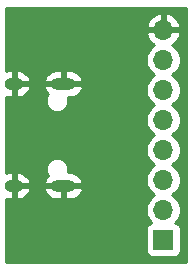
<source format=gbr>
G04 #@! TF.GenerationSoftware,KiCad,Pcbnew,(5.1.5-0-10_14)*
G04 #@! TF.CreationDate,2020-01-05T23:21:06-06:00*
G04 #@! TF.ProjectId,usb-c,7573622d-632e-46b6-9963-61645f706362,rev?*
G04 #@! TF.SameCoordinates,Original*
G04 #@! TF.FileFunction,Copper,L2,Bot*
G04 #@! TF.FilePolarity,Positive*
%FSLAX46Y46*%
G04 Gerber Fmt 4.6, Leading zero omitted, Abs format (unit mm)*
G04 Created by KiCad (PCBNEW (5.1.5-0-10_14)) date 2020-01-05 23:21:06*
%MOMM*%
%LPD*%
G04 APERTURE LIST*
%ADD10O,2.100000X1.000000*%
%ADD11O,1.600000X1.000000*%
%ADD12O,1.700000X1.700000*%
%ADD13R,1.700000X1.700000*%
%ADD14C,0.254000*%
G04 APERTURE END LIST*
D10*
X124890000Y-150620000D03*
X124890000Y-159260000D03*
D11*
X120710000Y-150620000D03*
X120710000Y-159260000D03*
D12*
X133350000Y-146050000D03*
X133350000Y-148590000D03*
X133350000Y-151130000D03*
X133350000Y-153670000D03*
X133350000Y-156210000D03*
X133350000Y-158750000D03*
X133350000Y-161290000D03*
D13*
X133350000Y-163830000D03*
D14*
G36*
X135230000Y-165710000D02*
G01*
X120040000Y-165710000D01*
X120040000Y-162980000D01*
X131861928Y-162980000D01*
X131861928Y-164680000D01*
X131874188Y-164804482D01*
X131910498Y-164924180D01*
X131969463Y-165034494D01*
X132048815Y-165131185D01*
X132145506Y-165210537D01*
X132255820Y-165269502D01*
X132375518Y-165305812D01*
X132500000Y-165318072D01*
X134200000Y-165318072D01*
X134324482Y-165305812D01*
X134444180Y-165269502D01*
X134554494Y-165210537D01*
X134651185Y-165131185D01*
X134730537Y-165034494D01*
X134789502Y-164924180D01*
X134825812Y-164804482D01*
X134838072Y-164680000D01*
X134838072Y-162980000D01*
X134825812Y-162855518D01*
X134789502Y-162735820D01*
X134730537Y-162625506D01*
X134651185Y-162528815D01*
X134554494Y-162449463D01*
X134444180Y-162390498D01*
X134371620Y-162368487D01*
X134503475Y-162236632D01*
X134665990Y-161993411D01*
X134777932Y-161723158D01*
X134835000Y-161436260D01*
X134835000Y-161143740D01*
X134777932Y-160856842D01*
X134665990Y-160586589D01*
X134503475Y-160343368D01*
X134296632Y-160136525D01*
X134122240Y-160020000D01*
X134296632Y-159903475D01*
X134503475Y-159696632D01*
X134665990Y-159453411D01*
X134777932Y-159183158D01*
X134835000Y-158896260D01*
X134835000Y-158603740D01*
X134777932Y-158316842D01*
X134665990Y-158046589D01*
X134503475Y-157803368D01*
X134296632Y-157596525D01*
X134122240Y-157480000D01*
X134296632Y-157363475D01*
X134503475Y-157156632D01*
X134665990Y-156913411D01*
X134777932Y-156643158D01*
X134835000Y-156356260D01*
X134835000Y-156063740D01*
X134777932Y-155776842D01*
X134665990Y-155506589D01*
X134503475Y-155263368D01*
X134296632Y-155056525D01*
X134122240Y-154940000D01*
X134296632Y-154823475D01*
X134503475Y-154616632D01*
X134665990Y-154373411D01*
X134777932Y-154103158D01*
X134835000Y-153816260D01*
X134835000Y-153523740D01*
X134777932Y-153236842D01*
X134665990Y-152966589D01*
X134503475Y-152723368D01*
X134296632Y-152516525D01*
X134122240Y-152400000D01*
X134296632Y-152283475D01*
X134503475Y-152076632D01*
X134665990Y-151833411D01*
X134777932Y-151563158D01*
X134835000Y-151276260D01*
X134835000Y-150983740D01*
X134777932Y-150696842D01*
X134665990Y-150426589D01*
X134503475Y-150183368D01*
X134296632Y-149976525D01*
X134122240Y-149860000D01*
X134296632Y-149743475D01*
X134503475Y-149536632D01*
X134665990Y-149293411D01*
X134777932Y-149023158D01*
X134835000Y-148736260D01*
X134835000Y-148443740D01*
X134777932Y-148156842D01*
X134665990Y-147886589D01*
X134503475Y-147643368D01*
X134296632Y-147436525D01*
X134114466Y-147314805D01*
X134231355Y-147245178D01*
X134447588Y-147050269D01*
X134621641Y-146816920D01*
X134746825Y-146554099D01*
X134791476Y-146406890D01*
X134670155Y-146177000D01*
X133477000Y-146177000D01*
X133477000Y-146197000D01*
X133223000Y-146197000D01*
X133223000Y-146177000D01*
X132029845Y-146177000D01*
X131908524Y-146406890D01*
X131953175Y-146554099D01*
X132078359Y-146816920D01*
X132252412Y-147050269D01*
X132468645Y-147245178D01*
X132585534Y-147314805D01*
X132403368Y-147436525D01*
X132196525Y-147643368D01*
X132034010Y-147886589D01*
X131922068Y-148156842D01*
X131865000Y-148443740D01*
X131865000Y-148736260D01*
X131922068Y-149023158D01*
X132034010Y-149293411D01*
X132196525Y-149536632D01*
X132403368Y-149743475D01*
X132577760Y-149860000D01*
X132403368Y-149976525D01*
X132196525Y-150183368D01*
X132034010Y-150426589D01*
X131922068Y-150696842D01*
X131865000Y-150983740D01*
X131865000Y-151276260D01*
X131922068Y-151563158D01*
X132034010Y-151833411D01*
X132196525Y-152076632D01*
X132403368Y-152283475D01*
X132577760Y-152400000D01*
X132403368Y-152516525D01*
X132196525Y-152723368D01*
X132034010Y-152966589D01*
X131922068Y-153236842D01*
X131865000Y-153523740D01*
X131865000Y-153816260D01*
X131922068Y-154103158D01*
X132034010Y-154373411D01*
X132196525Y-154616632D01*
X132403368Y-154823475D01*
X132577760Y-154940000D01*
X132403368Y-155056525D01*
X132196525Y-155263368D01*
X132034010Y-155506589D01*
X131922068Y-155776842D01*
X131865000Y-156063740D01*
X131865000Y-156356260D01*
X131922068Y-156643158D01*
X132034010Y-156913411D01*
X132196525Y-157156632D01*
X132403368Y-157363475D01*
X132577760Y-157480000D01*
X132403368Y-157596525D01*
X132196525Y-157803368D01*
X132034010Y-158046589D01*
X131922068Y-158316842D01*
X131865000Y-158603740D01*
X131865000Y-158896260D01*
X131922068Y-159183158D01*
X132034010Y-159453411D01*
X132196525Y-159696632D01*
X132403368Y-159903475D01*
X132577760Y-160020000D01*
X132403368Y-160136525D01*
X132196525Y-160343368D01*
X132034010Y-160586589D01*
X131922068Y-160856842D01*
X131865000Y-161143740D01*
X131865000Y-161436260D01*
X131922068Y-161723158D01*
X132034010Y-161993411D01*
X132196525Y-162236632D01*
X132328380Y-162368487D01*
X132255820Y-162390498D01*
X132145506Y-162449463D01*
X132048815Y-162528815D01*
X131969463Y-162625506D01*
X131910498Y-162735820D01*
X131874188Y-162855518D01*
X131861928Y-162980000D01*
X120040000Y-162980000D01*
X120040000Y-160338094D01*
X120064013Y-160348415D01*
X120283000Y-160395000D01*
X120583000Y-160395000D01*
X120583000Y-159387000D01*
X120837000Y-159387000D01*
X120837000Y-160395000D01*
X121137000Y-160395000D01*
X121355987Y-160348415D01*
X121561678Y-160260003D01*
X121746169Y-160133161D01*
X121902369Y-159972764D01*
X122024276Y-159784976D01*
X122104119Y-159561874D01*
X123245881Y-159561874D01*
X123325724Y-159784976D01*
X123447631Y-159972764D01*
X123603831Y-160133161D01*
X123788322Y-160260003D01*
X123994013Y-160348415D01*
X124213000Y-160395000D01*
X124763000Y-160395000D01*
X124763000Y-159387000D01*
X125017000Y-159387000D01*
X125017000Y-160395000D01*
X125567000Y-160395000D01*
X125785987Y-160348415D01*
X125991678Y-160260003D01*
X126176169Y-160133161D01*
X126332369Y-159972764D01*
X126454276Y-159784976D01*
X126534119Y-159561874D01*
X126407954Y-159387000D01*
X125017000Y-159387000D01*
X124763000Y-159387000D01*
X123372046Y-159387000D01*
X123245881Y-159561874D01*
X122104119Y-159561874D01*
X121977954Y-159387000D01*
X120837000Y-159387000D01*
X120583000Y-159387000D01*
X120563000Y-159387000D01*
X120563000Y-159133000D01*
X120583000Y-159133000D01*
X120583000Y-158125000D01*
X120837000Y-158125000D01*
X120837000Y-159133000D01*
X121977954Y-159133000D01*
X122104119Y-158958126D01*
X123245881Y-158958126D01*
X123372046Y-159133000D01*
X124763000Y-159133000D01*
X124763000Y-159113000D01*
X125017000Y-159113000D01*
X125017000Y-159133000D01*
X126407954Y-159133000D01*
X126534119Y-158958126D01*
X126454276Y-158735024D01*
X126332369Y-158547236D01*
X126176169Y-158386839D01*
X125991678Y-158259997D01*
X125785987Y-158171585D01*
X125567000Y-158125000D01*
X125276904Y-158125000D01*
X125283108Y-158110022D01*
X125320000Y-157924552D01*
X125320000Y-157735448D01*
X125283108Y-157549978D01*
X125210741Y-157375269D01*
X125105681Y-157218036D01*
X124971964Y-157084319D01*
X124814731Y-156979259D01*
X124640022Y-156906892D01*
X124454552Y-156870000D01*
X124265448Y-156870000D01*
X124079978Y-156906892D01*
X123905269Y-156979259D01*
X123748036Y-157084319D01*
X123614319Y-157218036D01*
X123509259Y-157375269D01*
X123436892Y-157549978D01*
X123400000Y-157735448D01*
X123400000Y-157924552D01*
X123436892Y-158110022D01*
X123509259Y-158284731D01*
X123588206Y-158402884D01*
X123447631Y-158547236D01*
X123325724Y-158735024D01*
X123245881Y-158958126D01*
X122104119Y-158958126D01*
X122024276Y-158735024D01*
X121902369Y-158547236D01*
X121746169Y-158386839D01*
X121561678Y-158259997D01*
X121355987Y-158171585D01*
X121137000Y-158125000D01*
X120837000Y-158125000D01*
X120583000Y-158125000D01*
X120283000Y-158125000D01*
X120064013Y-158171585D01*
X120040000Y-158181906D01*
X120040000Y-151698094D01*
X120064013Y-151708415D01*
X120283000Y-151755000D01*
X120583000Y-151755000D01*
X120583000Y-150747000D01*
X120837000Y-150747000D01*
X120837000Y-151755000D01*
X121137000Y-151755000D01*
X121355987Y-151708415D01*
X121561678Y-151620003D01*
X121746169Y-151493161D01*
X121902369Y-151332764D01*
X122024276Y-151144976D01*
X122104119Y-150921874D01*
X123245881Y-150921874D01*
X123325724Y-151144976D01*
X123447631Y-151332764D01*
X123588206Y-151477116D01*
X123509259Y-151595269D01*
X123436892Y-151769978D01*
X123400000Y-151955448D01*
X123400000Y-152144552D01*
X123436892Y-152330022D01*
X123509259Y-152504731D01*
X123614319Y-152661964D01*
X123748036Y-152795681D01*
X123905269Y-152900741D01*
X124079978Y-152973108D01*
X124265448Y-153010000D01*
X124454552Y-153010000D01*
X124640022Y-152973108D01*
X124814731Y-152900741D01*
X124971964Y-152795681D01*
X125105681Y-152661964D01*
X125210741Y-152504731D01*
X125283108Y-152330022D01*
X125320000Y-152144552D01*
X125320000Y-151955448D01*
X125283108Y-151769978D01*
X125276904Y-151755000D01*
X125567000Y-151755000D01*
X125785987Y-151708415D01*
X125991678Y-151620003D01*
X126176169Y-151493161D01*
X126332369Y-151332764D01*
X126454276Y-151144976D01*
X126534119Y-150921874D01*
X126407954Y-150747000D01*
X125017000Y-150747000D01*
X125017000Y-150767000D01*
X124763000Y-150767000D01*
X124763000Y-150747000D01*
X123372046Y-150747000D01*
X123245881Y-150921874D01*
X122104119Y-150921874D01*
X121977954Y-150747000D01*
X120837000Y-150747000D01*
X120583000Y-150747000D01*
X120563000Y-150747000D01*
X120563000Y-150493000D01*
X120583000Y-150493000D01*
X120583000Y-149485000D01*
X120837000Y-149485000D01*
X120837000Y-150493000D01*
X121977954Y-150493000D01*
X122104119Y-150318126D01*
X123245881Y-150318126D01*
X123372046Y-150493000D01*
X124763000Y-150493000D01*
X124763000Y-149485000D01*
X125017000Y-149485000D01*
X125017000Y-150493000D01*
X126407954Y-150493000D01*
X126534119Y-150318126D01*
X126454276Y-150095024D01*
X126332369Y-149907236D01*
X126176169Y-149746839D01*
X125991678Y-149619997D01*
X125785987Y-149531585D01*
X125567000Y-149485000D01*
X125017000Y-149485000D01*
X124763000Y-149485000D01*
X124213000Y-149485000D01*
X123994013Y-149531585D01*
X123788322Y-149619997D01*
X123603831Y-149746839D01*
X123447631Y-149907236D01*
X123325724Y-150095024D01*
X123245881Y-150318126D01*
X122104119Y-150318126D01*
X122024276Y-150095024D01*
X121902369Y-149907236D01*
X121746169Y-149746839D01*
X121561678Y-149619997D01*
X121355987Y-149531585D01*
X121137000Y-149485000D01*
X120837000Y-149485000D01*
X120583000Y-149485000D01*
X120283000Y-149485000D01*
X120064013Y-149531585D01*
X120040000Y-149541906D01*
X120040000Y-145693110D01*
X131908524Y-145693110D01*
X132029845Y-145923000D01*
X133223000Y-145923000D01*
X133223000Y-144729186D01*
X133477000Y-144729186D01*
X133477000Y-145923000D01*
X134670155Y-145923000D01*
X134791476Y-145693110D01*
X134746825Y-145545901D01*
X134621641Y-145283080D01*
X134447588Y-145049731D01*
X134231355Y-144854822D01*
X133981252Y-144705843D01*
X133706891Y-144608519D01*
X133477000Y-144729186D01*
X133223000Y-144729186D01*
X132993109Y-144608519D01*
X132718748Y-144705843D01*
X132468645Y-144854822D01*
X132252412Y-145049731D01*
X132078359Y-145283080D01*
X131953175Y-145545901D01*
X131908524Y-145693110D01*
X120040000Y-145693110D01*
X120040000Y-144170000D01*
X135230001Y-144170000D01*
X135230000Y-165710000D01*
G37*
X135230000Y-165710000D02*
X120040000Y-165710000D01*
X120040000Y-162980000D01*
X131861928Y-162980000D01*
X131861928Y-164680000D01*
X131874188Y-164804482D01*
X131910498Y-164924180D01*
X131969463Y-165034494D01*
X132048815Y-165131185D01*
X132145506Y-165210537D01*
X132255820Y-165269502D01*
X132375518Y-165305812D01*
X132500000Y-165318072D01*
X134200000Y-165318072D01*
X134324482Y-165305812D01*
X134444180Y-165269502D01*
X134554494Y-165210537D01*
X134651185Y-165131185D01*
X134730537Y-165034494D01*
X134789502Y-164924180D01*
X134825812Y-164804482D01*
X134838072Y-164680000D01*
X134838072Y-162980000D01*
X134825812Y-162855518D01*
X134789502Y-162735820D01*
X134730537Y-162625506D01*
X134651185Y-162528815D01*
X134554494Y-162449463D01*
X134444180Y-162390498D01*
X134371620Y-162368487D01*
X134503475Y-162236632D01*
X134665990Y-161993411D01*
X134777932Y-161723158D01*
X134835000Y-161436260D01*
X134835000Y-161143740D01*
X134777932Y-160856842D01*
X134665990Y-160586589D01*
X134503475Y-160343368D01*
X134296632Y-160136525D01*
X134122240Y-160020000D01*
X134296632Y-159903475D01*
X134503475Y-159696632D01*
X134665990Y-159453411D01*
X134777932Y-159183158D01*
X134835000Y-158896260D01*
X134835000Y-158603740D01*
X134777932Y-158316842D01*
X134665990Y-158046589D01*
X134503475Y-157803368D01*
X134296632Y-157596525D01*
X134122240Y-157480000D01*
X134296632Y-157363475D01*
X134503475Y-157156632D01*
X134665990Y-156913411D01*
X134777932Y-156643158D01*
X134835000Y-156356260D01*
X134835000Y-156063740D01*
X134777932Y-155776842D01*
X134665990Y-155506589D01*
X134503475Y-155263368D01*
X134296632Y-155056525D01*
X134122240Y-154940000D01*
X134296632Y-154823475D01*
X134503475Y-154616632D01*
X134665990Y-154373411D01*
X134777932Y-154103158D01*
X134835000Y-153816260D01*
X134835000Y-153523740D01*
X134777932Y-153236842D01*
X134665990Y-152966589D01*
X134503475Y-152723368D01*
X134296632Y-152516525D01*
X134122240Y-152400000D01*
X134296632Y-152283475D01*
X134503475Y-152076632D01*
X134665990Y-151833411D01*
X134777932Y-151563158D01*
X134835000Y-151276260D01*
X134835000Y-150983740D01*
X134777932Y-150696842D01*
X134665990Y-150426589D01*
X134503475Y-150183368D01*
X134296632Y-149976525D01*
X134122240Y-149860000D01*
X134296632Y-149743475D01*
X134503475Y-149536632D01*
X134665990Y-149293411D01*
X134777932Y-149023158D01*
X134835000Y-148736260D01*
X134835000Y-148443740D01*
X134777932Y-148156842D01*
X134665990Y-147886589D01*
X134503475Y-147643368D01*
X134296632Y-147436525D01*
X134114466Y-147314805D01*
X134231355Y-147245178D01*
X134447588Y-147050269D01*
X134621641Y-146816920D01*
X134746825Y-146554099D01*
X134791476Y-146406890D01*
X134670155Y-146177000D01*
X133477000Y-146177000D01*
X133477000Y-146197000D01*
X133223000Y-146197000D01*
X133223000Y-146177000D01*
X132029845Y-146177000D01*
X131908524Y-146406890D01*
X131953175Y-146554099D01*
X132078359Y-146816920D01*
X132252412Y-147050269D01*
X132468645Y-147245178D01*
X132585534Y-147314805D01*
X132403368Y-147436525D01*
X132196525Y-147643368D01*
X132034010Y-147886589D01*
X131922068Y-148156842D01*
X131865000Y-148443740D01*
X131865000Y-148736260D01*
X131922068Y-149023158D01*
X132034010Y-149293411D01*
X132196525Y-149536632D01*
X132403368Y-149743475D01*
X132577760Y-149860000D01*
X132403368Y-149976525D01*
X132196525Y-150183368D01*
X132034010Y-150426589D01*
X131922068Y-150696842D01*
X131865000Y-150983740D01*
X131865000Y-151276260D01*
X131922068Y-151563158D01*
X132034010Y-151833411D01*
X132196525Y-152076632D01*
X132403368Y-152283475D01*
X132577760Y-152400000D01*
X132403368Y-152516525D01*
X132196525Y-152723368D01*
X132034010Y-152966589D01*
X131922068Y-153236842D01*
X131865000Y-153523740D01*
X131865000Y-153816260D01*
X131922068Y-154103158D01*
X132034010Y-154373411D01*
X132196525Y-154616632D01*
X132403368Y-154823475D01*
X132577760Y-154940000D01*
X132403368Y-155056525D01*
X132196525Y-155263368D01*
X132034010Y-155506589D01*
X131922068Y-155776842D01*
X131865000Y-156063740D01*
X131865000Y-156356260D01*
X131922068Y-156643158D01*
X132034010Y-156913411D01*
X132196525Y-157156632D01*
X132403368Y-157363475D01*
X132577760Y-157480000D01*
X132403368Y-157596525D01*
X132196525Y-157803368D01*
X132034010Y-158046589D01*
X131922068Y-158316842D01*
X131865000Y-158603740D01*
X131865000Y-158896260D01*
X131922068Y-159183158D01*
X132034010Y-159453411D01*
X132196525Y-159696632D01*
X132403368Y-159903475D01*
X132577760Y-160020000D01*
X132403368Y-160136525D01*
X132196525Y-160343368D01*
X132034010Y-160586589D01*
X131922068Y-160856842D01*
X131865000Y-161143740D01*
X131865000Y-161436260D01*
X131922068Y-161723158D01*
X132034010Y-161993411D01*
X132196525Y-162236632D01*
X132328380Y-162368487D01*
X132255820Y-162390498D01*
X132145506Y-162449463D01*
X132048815Y-162528815D01*
X131969463Y-162625506D01*
X131910498Y-162735820D01*
X131874188Y-162855518D01*
X131861928Y-162980000D01*
X120040000Y-162980000D01*
X120040000Y-160338094D01*
X120064013Y-160348415D01*
X120283000Y-160395000D01*
X120583000Y-160395000D01*
X120583000Y-159387000D01*
X120837000Y-159387000D01*
X120837000Y-160395000D01*
X121137000Y-160395000D01*
X121355987Y-160348415D01*
X121561678Y-160260003D01*
X121746169Y-160133161D01*
X121902369Y-159972764D01*
X122024276Y-159784976D01*
X122104119Y-159561874D01*
X123245881Y-159561874D01*
X123325724Y-159784976D01*
X123447631Y-159972764D01*
X123603831Y-160133161D01*
X123788322Y-160260003D01*
X123994013Y-160348415D01*
X124213000Y-160395000D01*
X124763000Y-160395000D01*
X124763000Y-159387000D01*
X125017000Y-159387000D01*
X125017000Y-160395000D01*
X125567000Y-160395000D01*
X125785987Y-160348415D01*
X125991678Y-160260003D01*
X126176169Y-160133161D01*
X126332369Y-159972764D01*
X126454276Y-159784976D01*
X126534119Y-159561874D01*
X126407954Y-159387000D01*
X125017000Y-159387000D01*
X124763000Y-159387000D01*
X123372046Y-159387000D01*
X123245881Y-159561874D01*
X122104119Y-159561874D01*
X121977954Y-159387000D01*
X120837000Y-159387000D01*
X120583000Y-159387000D01*
X120563000Y-159387000D01*
X120563000Y-159133000D01*
X120583000Y-159133000D01*
X120583000Y-158125000D01*
X120837000Y-158125000D01*
X120837000Y-159133000D01*
X121977954Y-159133000D01*
X122104119Y-158958126D01*
X123245881Y-158958126D01*
X123372046Y-159133000D01*
X124763000Y-159133000D01*
X124763000Y-159113000D01*
X125017000Y-159113000D01*
X125017000Y-159133000D01*
X126407954Y-159133000D01*
X126534119Y-158958126D01*
X126454276Y-158735024D01*
X126332369Y-158547236D01*
X126176169Y-158386839D01*
X125991678Y-158259997D01*
X125785987Y-158171585D01*
X125567000Y-158125000D01*
X125276904Y-158125000D01*
X125283108Y-158110022D01*
X125320000Y-157924552D01*
X125320000Y-157735448D01*
X125283108Y-157549978D01*
X125210741Y-157375269D01*
X125105681Y-157218036D01*
X124971964Y-157084319D01*
X124814731Y-156979259D01*
X124640022Y-156906892D01*
X124454552Y-156870000D01*
X124265448Y-156870000D01*
X124079978Y-156906892D01*
X123905269Y-156979259D01*
X123748036Y-157084319D01*
X123614319Y-157218036D01*
X123509259Y-157375269D01*
X123436892Y-157549978D01*
X123400000Y-157735448D01*
X123400000Y-157924552D01*
X123436892Y-158110022D01*
X123509259Y-158284731D01*
X123588206Y-158402884D01*
X123447631Y-158547236D01*
X123325724Y-158735024D01*
X123245881Y-158958126D01*
X122104119Y-158958126D01*
X122024276Y-158735024D01*
X121902369Y-158547236D01*
X121746169Y-158386839D01*
X121561678Y-158259997D01*
X121355987Y-158171585D01*
X121137000Y-158125000D01*
X120837000Y-158125000D01*
X120583000Y-158125000D01*
X120283000Y-158125000D01*
X120064013Y-158171585D01*
X120040000Y-158181906D01*
X120040000Y-151698094D01*
X120064013Y-151708415D01*
X120283000Y-151755000D01*
X120583000Y-151755000D01*
X120583000Y-150747000D01*
X120837000Y-150747000D01*
X120837000Y-151755000D01*
X121137000Y-151755000D01*
X121355987Y-151708415D01*
X121561678Y-151620003D01*
X121746169Y-151493161D01*
X121902369Y-151332764D01*
X122024276Y-151144976D01*
X122104119Y-150921874D01*
X123245881Y-150921874D01*
X123325724Y-151144976D01*
X123447631Y-151332764D01*
X123588206Y-151477116D01*
X123509259Y-151595269D01*
X123436892Y-151769978D01*
X123400000Y-151955448D01*
X123400000Y-152144552D01*
X123436892Y-152330022D01*
X123509259Y-152504731D01*
X123614319Y-152661964D01*
X123748036Y-152795681D01*
X123905269Y-152900741D01*
X124079978Y-152973108D01*
X124265448Y-153010000D01*
X124454552Y-153010000D01*
X124640022Y-152973108D01*
X124814731Y-152900741D01*
X124971964Y-152795681D01*
X125105681Y-152661964D01*
X125210741Y-152504731D01*
X125283108Y-152330022D01*
X125320000Y-152144552D01*
X125320000Y-151955448D01*
X125283108Y-151769978D01*
X125276904Y-151755000D01*
X125567000Y-151755000D01*
X125785987Y-151708415D01*
X125991678Y-151620003D01*
X126176169Y-151493161D01*
X126332369Y-151332764D01*
X126454276Y-151144976D01*
X126534119Y-150921874D01*
X126407954Y-150747000D01*
X125017000Y-150747000D01*
X125017000Y-150767000D01*
X124763000Y-150767000D01*
X124763000Y-150747000D01*
X123372046Y-150747000D01*
X123245881Y-150921874D01*
X122104119Y-150921874D01*
X121977954Y-150747000D01*
X120837000Y-150747000D01*
X120583000Y-150747000D01*
X120563000Y-150747000D01*
X120563000Y-150493000D01*
X120583000Y-150493000D01*
X120583000Y-149485000D01*
X120837000Y-149485000D01*
X120837000Y-150493000D01*
X121977954Y-150493000D01*
X122104119Y-150318126D01*
X123245881Y-150318126D01*
X123372046Y-150493000D01*
X124763000Y-150493000D01*
X124763000Y-149485000D01*
X125017000Y-149485000D01*
X125017000Y-150493000D01*
X126407954Y-150493000D01*
X126534119Y-150318126D01*
X126454276Y-150095024D01*
X126332369Y-149907236D01*
X126176169Y-149746839D01*
X125991678Y-149619997D01*
X125785987Y-149531585D01*
X125567000Y-149485000D01*
X125017000Y-149485000D01*
X124763000Y-149485000D01*
X124213000Y-149485000D01*
X123994013Y-149531585D01*
X123788322Y-149619997D01*
X123603831Y-149746839D01*
X123447631Y-149907236D01*
X123325724Y-150095024D01*
X123245881Y-150318126D01*
X122104119Y-150318126D01*
X122024276Y-150095024D01*
X121902369Y-149907236D01*
X121746169Y-149746839D01*
X121561678Y-149619997D01*
X121355987Y-149531585D01*
X121137000Y-149485000D01*
X120837000Y-149485000D01*
X120583000Y-149485000D01*
X120283000Y-149485000D01*
X120064013Y-149531585D01*
X120040000Y-149541906D01*
X120040000Y-145693110D01*
X131908524Y-145693110D01*
X132029845Y-145923000D01*
X133223000Y-145923000D01*
X133223000Y-144729186D01*
X133477000Y-144729186D01*
X133477000Y-145923000D01*
X134670155Y-145923000D01*
X134791476Y-145693110D01*
X134746825Y-145545901D01*
X134621641Y-145283080D01*
X134447588Y-145049731D01*
X134231355Y-144854822D01*
X133981252Y-144705843D01*
X133706891Y-144608519D01*
X133477000Y-144729186D01*
X133223000Y-144729186D01*
X132993109Y-144608519D01*
X132718748Y-144705843D01*
X132468645Y-144854822D01*
X132252412Y-145049731D01*
X132078359Y-145283080D01*
X131953175Y-145545901D01*
X131908524Y-145693110D01*
X120040000Y-145693110D01*
X120040000Y-144170000D01*
X135230001Y-144170000D01*
X135230000Y-165710000D01*
M02*

</source>
